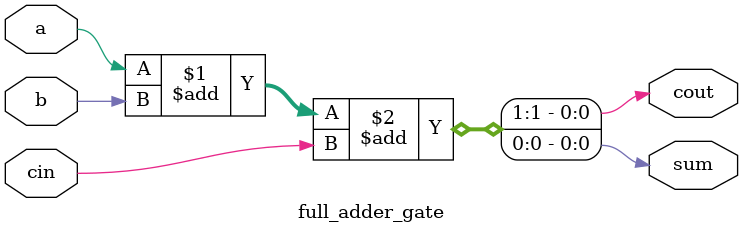
<source format=v>
module full_adder_gate (
    input a, b, cin,
    output sum, cout
);
    assign {cout, sum} = a + b + cin;
endmodule

</source>
